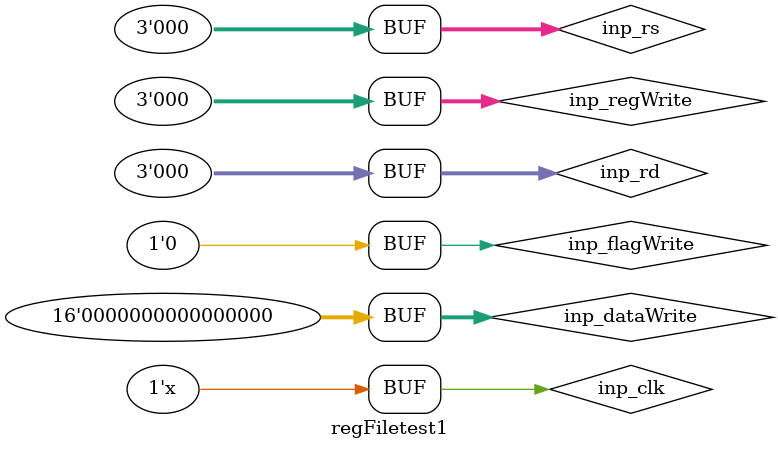
<source format=v>
`timescale 1ns / 1ps


module regFiletest1;

	// Inputs
	reg inp_clk;
	reg inp_flagWrite;
	reg [15:0] inp_dataWrite;
	reg [2:0] inp_regWrite;
	reg [2:0] inp_rs;
	reg [2:0] inp_rd;

	// Outputs
	wire [15:0] out_readdata1;
	wire [15:0] out_readData2;

	// Instantiate the Unit Under Test (UUT)
	registerFile uut (
		.inp_clk(inp_clk), 
		.inp_flagWrite(inp_flagWrite), 
		.inp_dataWrite(inp_dataWrite), 
		.inp_regWrite(inp_regWrite), 
		.inp_rs(inp_rs), 
		.inp_rd(inp_rd), 
		.out_readdata1(out_readdata1), 
		.out_readData2(out_readData2)
	);

	initial begin
		// Initialize Inputs
		inp_clk = 0;
		inp_flagWrite = 0;
		inp_dataWrite = 0;
		inp_regWrite = 0;
		inp_rs = 0;
		inp_rd = 0;

		
		#100;
        
		

	end
	
	always 
	begin
	
	inp_clk = ~inp_clk;
	
	
	end
      
endmodule


</source>
